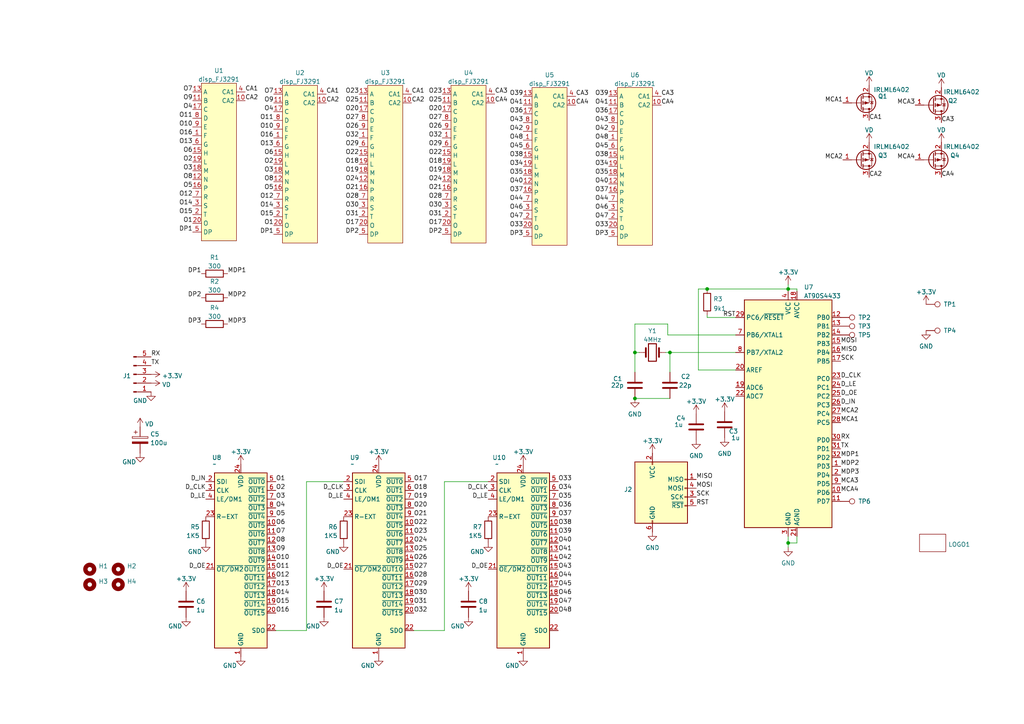
<source format=kicad_sch>
(kicad_sch (version 20230121) (generator eeschema)
  (paper "A4")
  (lib_symbols
    (symbol "Connector:AVR-ISP-6" (pin_names (offset 1.016))
      (property "Reference" "J" (at -6.35 11.43 0))
      (property "Value" "AVR-ISP-6" (at 0 11.43 0))
      (symbol "AVR-ISP-6_0_1"
        (rectangle (start -2.667 -6.858) (end -2.413 -7.62))
        (rectangle (start -2.667 10.16) (end -2.413 9.398))
        (rectangle (start 7.62 -2.413) (end 6.858 -2.667))
        (rectangle (start 7.62 0.127) (end 6.858 -0.127))
        (rectangle (start 7.62 2.667) (end 6.858 2.413))
        (rectangle (start 7.62 5.207) (end 6.858 4.953))
        (rectangle (start 7.62 10.16) (end -7.62 -7.62) (stroke (width 0.254)) (fill (type background)))
      )
      (symbol "AVR-ISP-6_1_1"
        (pin passive line (at 10.16 5.08 180) (length 2.54) (name "MISO") (number "1"))
        (pin passive line (at -2.54 12.7 270) (length 2.54) (name "VCC") (number "2"))
        (pin passive line (at 10.16 0 180) (length 2.54) (name "SCK") (number "3"))
        (pin passive line (at 10.16 2.54 180) (length 2.54) (name "MOSI") (number "4"))
        (pin passive line (at 10.16 -2.54 180) (length 2.54) (name "~{RST}") (number "5"))
        (pin passive line (at -2.54 -10.16 90) (length 2.54) (name "GND") (number "6"))
      )
    )
    (symbol "Connector:Conn_01x05_Male" (pin_names (offset 1.016) hide)
      (property "Reference" "J" (at 0 7.62 0))
      (property "Value" "Conn_01x05_Male" (at 0 -7.62 0))
      (symbol "Conn_01x05_Male_1_1"
        (polyline (pts (xy 1.27 -5.08) (xy 0.8636 -5.08)) (stroke (width 0.1524)))
        (polyline (pts (xy 1.27 -2.54) (xy 0.8636 -2.54)) (stroke (width 0.1524)))
        (polyline (pts (xy 1.27 0) (xy 0.8636 0)) (stroke (width 0.1524)))
        (polyline (pts (xy 1.27 2.54) (xy 0.8636 2.54)) (stroke (width 0.1524)))
        (polyline (pts (xy 1.27 5.08) (xy 0.8636 5.08)) (stroke (width 0.1524)))
        (rectangle (start 0.8636 -4.953) (end 0 -5.207) (stroke (width 0.1524)) (fill (type outline)))
        (rectangle (start 0.8636 -2.413) (end 0 -2.667) (stroke (width 0.1524)) (fill (type outline)))
        (rectangle (start 0.8636 0.127) (end 0 -0.127) (stroke (width 0.1524)) (fill (type outline)))
        (rectangle (start 0.8636 2.667) (end 0 2.413) (stroke (width 0.1524)) (fill (type outline)))
        (rectangle (start 0.8636 5.207) (end 0 4.953) (stroke (width 0.1524)) (fill (type outline)))
        (pin passive line (at 5.08 5.08 180) (length 3.81) (name "Pin_1") (number "1"))
        (pin passive line (at 5.08 2.54 180) (length 3.81) (name "Pin_2") (number "2"))
        (pin passive line (at 5.08 0 180) (length 3.81) (name "Pin_3") (number "3"))
        (pin passive line (at 5.08 -2.54 180) (length 3.81) (name "Pin_4") (number "4"))
        (pin passive line (at 5.08 -5.08 180) (length 3.81) (name "Pin_5") (number "5"))
      )
    )
    (symbol "Connector:TestPoint" (pin_numbers hide) (pin_names (offset 0.762) hide)
      (property "Reference" "TP" (at 0 6.858 0))
      (property "Value" "TestPoint" (at 0 5.08 0))
      (symbol "TestPoint_0_1"
        (circle (center 0 3.302) (radius 0.762))
      )
      (symbol "TestPoint_1_1"
        (pin passive line (at 0 0 90) (length 2.54) (name "1") (number "1"))
      )
    )
    (symbol "Device:C" (pin_numbers hide) (pin_names (offset 0.254))
      (property "Reference" "C" (at 0.635 2.54 0))
      (property "Value" "C" (at 0.635 -2.54 0))
      (symbol "C_0_1"
        (polyline (pts (xy -2.032 -0.762) (xy 2.032 -0.762)) (stroke (width 0.508)))
        (polyline (pts (xy -2.032 0.762) (xy 2.032 0.762)) (stroke (width 0.508)))
      )
      (symbol "C_1_1"
        (pin passive line (at 0 3.81 270) (length 2.794) (name "~") (number "1"))
        (pin passive line (at 0 -3.81 90) (length 2.794) (name "~") (number "2"))
      )
    )
    (symbol "Device:C_Polarized" (pin_numbers hide) (pin_names (offset 0.254))
      (property "Reference" "C" (at 0.635 2.54 0))
      (property "Value" "C_Polarized" (at 0.635 -2.54 0))
      (symbol "C_Polarized_0_1"
        (rectangle (start -2.286 0.508) (end 2.286 1.016))
        (polyline (pts (xy -1.778 2.286) (xy -0.762 2.286)))
        (polyline (pts (xy -1.27 2.794) (xy -1.27 1.778)))
        (rectangle (start 2.286 -0.508) (end -2.286 -1.016) (fill (type outline)))
      )
      (symbol "C_Polarized_1_1"
        (pin passive line (at 0 3.81 270) (length 2.794) (name "~") (number "1"))
        (pin passive line (at 0 -3.81 90) (length 2.794) (name "~") (number "2"))
      )
    )
    (symbol "Device:Crystal" (pin_numbers hide) (pin_names (offset 1.016) hide)
      (property "Reference" "Y" (at 0 3.81 0))
      (property "Value" "Crystal" (at 0 -3.81 0))
      (symbol "Crystal_0_1"
        (rectangle (start -1.143 2.54) (end 1.143 -2.54) (stroke (width 0.3048)))
        (polyline (pts (xy -2.54 0) (xy -1.905 0)))
        (polyline (pts (xy -1.905 -1.27) (xy -1.905 1.27)) (stroke (width 0.508)))
        (polyline (pts (xy 1.905 -1.27) (xy 1.905 1.27)) (stroke (width 0.508)))
        (polyline (pts (xy 2.54 0) (xy 1.905 0)))
      )
      (symbol "Crystal_1_1"
        (pin passive line (at -3.81 0 0) (length 1.27) (name "1") (number "1"))
        (pin passive line (at 3.81 0 180) (length 1.27) (name "2") (number "2"))
      )
    )
    (symbol "Device:R" (pin_numbers hide) (pin_names (offset 0))
      (property "Reference" "R" (at 2.032 0 90))
      (property "Value" "R" (at 0 0 90))
      (symbol "R_0_1"
        (rectangle (start -1.016 -2.54) (end 1.016 2.54) (stroke (width 0.254)))
      )
      (symbol "R_1_1"
        (pin passive line (at 0 3.81 270) (length 1.27) (name "~") (number "1"))
        (pin passive line (at 0 -3.81 90) (length 1.27) (name "~") (number "2"))
      )
    )
    (symbol "Driver_LED:STP16CP05"
      (property "Reference" "U" (at -7.62 26.67 0))
      (property "Value" "STP16CP05" (at 1.27 26.67 0))
      (symbol "STP16CP05_0_1"
        (rectangle (start -7.62 25.4) (end 7.62 -25.4) (stroke (width 0.254)) (fill (type background)))
      )
      (symbol "STP16CP05_1_1"
        (pin power_in line (at 0 -27.94 90) (length 2.54) (name "GND") (number "1"))
        (pin output line (at 10.16 10.16 180) (length 2.54) (name "~{OUT5}") (number "10"))
        (pin output line (at 10.16 7.62 180) (length 2.54) (name "~{OUT6}") (number "11"))
        (pin output line (at 10.16 5.08 180) (length 2.54) (name "~{OUT7}") (number "12"))
        (pin output line (at 10.16 2.54 180) (length 2.54) (name "~{OUT8}") (number "13"))
        (pin output line (at 10.16 0 180) (length 2.54) (name "~{OUT9}") (number "14"))
        (pin output line (at 10.16 -2.54 180) (length 2.54) (name "~{OUT10}") (number "15"))
        (pin output line (at 10.16 -5.08 180) (length 2.54) (name "~{OUT11}") (number "16"))
        (pin output line (at 10.16 -7.62 180) (length 2.54) (name "~{OUT12}") (number "17"))
        (pin output line (at 10.16 -10.16 180) (length 2.54) (name "~{OUT13}") (number "18"))
        (pin output line (at 10.16 -12.7 180) (length 2.54) (name "~{OUT14}") (number "19"))
        (pin input line (at -10.16 22.86 0) (length 2.54) (name "SDI") (number "2"))
        (pin output line (at 10.16 -15.24 180) (length 2.54) (name "~{OUT15}") (number "20"))
        (pin input line (at -10.16 -2.54 0) (length 2.54) (name "~{OE/DM2}") (number "21"))
        (pin output line (at 10.16 -20.32 180) (length 2.54) (name "SDO") (number "22"))
        (pin passive line (at -10.16 12.7 0) (length 2.54) (name "R-EXT") (number "23"))
        (pin power_in line (at 0 27.94 270) (length 2.54) (name "VDD") (number "24"))
        (pin input line (at -10.16 20.32 0) (length 2.54) (name "CLK") (number "3"))
        (pin input line (at -10.16 17.78 0) (length 2.54) (name "LE/DM1") (number "4"))
        (pin output line (at 10.16 22.86 180) (length 2.54) (name "~{OUT0}") (number "5"))
        (pin output line (at 10.16 20.32 180) (length 2.54) (name "~{OUT1}") (number "6"))
        (pin output line (at 10.16 17.78 180) (length 2.54) (name "~{OUT2}") (number "7"))
        (pin output line (at 10.16 15.24 180) (length 2.54) (name "~{OUT3}") (number "8"))
        (pin output line (at 10.16 12.7 180) (length 2.54) (name "~{OUT4}") (number "9"))
      )
    )
    (symbol "MCU_Microchip_ATmega:ATmega8A-A"
      (property "Reference" "U" (at -12.7 34.29 0))
      (property "Value" "ATmega8A-A" (at 5.08 -34.29 0))
      (symbol "ATmega8A-A_0_1"
        (rectangle (start -12.7 -33.02) (end 12.7 33.02) (stroke (width 0.254)) (fill (type background)))
      )
      (symbol "ATmega8A-A_1_1"
        (pin bidirectional line (at 15.24 -15.24 180) (length 2.54) (name "PD3") (number "1"))
        (pin bidirectional line (at 15.24 -22.86 180) (length 2.54) (name "PD6") (number "10"))
        (pin bidirectional line (at 15.24 -25.4 180) (length 2.54) (name "PD7") (number "11"))
        (pin bidirectional line (at 15.24 27.94 180) (length 2.54) (name "PB0") (number "12"))
        (pin bidirectional line (at 15.24 25.4 180) (length 2.54) (name "PB1") (number "13"))
        (pin bidirectional line (at 15.24 22.86 180) (length 2.54) (name "PB2") (number "14"))
        (pin bidirectional line (at 15.24 20.32 180) (length 2.54) (name "PB3") (number "15"))
        (pin bidirectional line (at 15.24 17.78 180) (length 2.54) (name "PB4") (number "16"))
        (pin bidirectional line (at 15.24 15.24 180) (length 2.54) (name "PB5") (number "17"))
        (pin power_in line (at 2.54 35.56 270) (length 2.54) (name "AVCC") (number "18"))
        (pin input line (at -15.24 7.62 0) (length 2.54) (name "ADC6") (number "19"))
        (pin bidirectional line (at 15.24 -17.78 180) (length 2.54) (name "PD4") (number "2"))
        (pin passive line (at -15.24 12.7 0) (length 2.54) (name "AREF") (number "20"))
        (pin power_in line (at 2.54 -35.56 90) (length 2.54) (name "AGND") (number "21"))
        (pin input line (at -15.24 5.08 0) (length 2.54) (name "ADC7") (number "22"))
        (pin bidirectional line (at 15.24 10.16 180) (length 2.54) (name "PC0") (number "23"))
        (pin bidirectional line (at 15.24 7.62 180) (length 2.54) (name "PC1") (number "24"))
        (pin bidirectional line (at 15.24 5.08 180) (length 2.54) (name "PC2") (number "25"))
        (pin bidirectional line (at 15.24 2.54 180) (length 2.54) (name "PC3") (number "26"))
        (pin bidirectional line (at 15.24 0 180) (length 2.54) (name "PC4") (number "27"))
        (pin bidirectional line (at 15.24 -2.54 180) (length 2.54) (name "PC5") (number "28"))
        (pin bidirectional line (at -15.24 27.94 0) (length 2.54) (name "PC6/~{RESET}") (number "29"))
        (pin power_in line (at 0 -35.56 90) (length 2.54) (name "GND") (number "3"))
        (pin bidirectional line (at 15.24 -7.62 180) (length 2.54) (name "PD0") (number "30"))
        (pin bidirectional line (at 15.24 -10.16 180) (length 2.54) (name "PD1") (number "31"))
        (pin bidirectional line (at 15.24 -12.7 180) (length 2.54) (name "PD2") (number "32"))
        (pin power_in line (at 0 35.56 270) (length 2.54) (name "VCC") (number "4"))
        (pin passive line (at 0 -35.56 90) (length 2.54) hide (name "GND") (number "5"))
        (pin passive line (at 0 35.56 270) (length 2.54) hide (name "VCC") (number "6"))
        (pin bidirectional line (at -15.24 22.86 0) (length 2.54) (name "PB6/XTAL1") (number "7"))
        (pin bidirectional line (at -15.24 17.78 0) (length 2.54) (name "PB7/XTAL2") (number "8"))
        (pin bidirectional line (at 15.24 -20.32 180) (length 2.54) (name "PD5") (number "9"))
      )
    )
    (symbol "Mechanical:MountingHole" (pin_names (offset 1.016))
      (property "Reference" "H" (at 0 5.08 0))
      (property "Value" "MountingHole" (at 0 3.175 0))
      (symbol "MountingHole_0_1"
        (circle (center 0 0) (radius 1.27) (stroke (width 1.27)))
      )
    )
    (symbol "Transistor_FET:IRLML6402" (pin_names hide)
      (property "Reference" "Q" (at 5.08 1.905 0))
      (property "Value" "IRLML6402" (at 5.08 0 0))
      (symbol "IRLML6402_0_1"
        (polyline (pts (xy 0.254 0) (xy -2.54 0)))
        (polyline (pts (xy 0.254 1.905) (xy 0.254 -1.905)) (stroke (width 0.254)))
        (polyline (pts (xy 0.762 -1.27) (xy 0.762 -2.286)) (stroke (width 0.254)))
        (polyline (pts (xy 0.762 0.508) (xy 0.762 -0.508)) (stroke (width 0.254)))
        (polyline (pts (xy 0.762 2.286) (xy 0.762 1.27)) (stroke (width 0.254)))
        (polyline (pts (xy 2.54 2.54) (xy 2.54 1.778)))
        (polyline (pts (xy 2.54 -2.54) (xy 2.54 0) (xy 0.762 0)))
        (polyline (pts (xy 0.762 1.778) (xy 3.302 1.778) (xy 3.302 -1.778) (xy 0.762 -1.778)))
        (polyline (pts (xy 2.286 0) (xy 1.27 0.381) (xy 1.27 -0.381) (xy 2.286 0)) (fill (type outline)))
        (polyline (pts (xy 2.794 -0.508) (xy 2.921 -0.381) (xy 3.683 -0.381) (xy 3.81 -0.254)))
        (polyline (pts (xy 3.302 -0.381) (xy 2.921 0.254) (xy 3.683 0.254) (xy 3.302 -0.381)))
        (circle (center 1.651 0) (radius 2.794) (stroke (width 0.254)))
        (circle (center 2.54 -1.778) (radius 0.254) (fill (type outline)))
        (circle (center 2.54 1.778) (radius 0.254) (fill (type outline)))
      )
      (symbol "IRLML6402_1_1"
        (pin input line (at -5.08 0 0) (length 2.54) (name "G") (number "1"))
        (pin passive line (at 2.54 -5.08 90) (length 2.54) (name "S") (number "2"))
        (pin passive line (at 2.54 5.08 270) (length 2.54) (name "D") (number "3"))
      )
    )
    (symbol "j_lib:disp_FJ3291"
      (property "Reference" "U" (at -1.27 25.4 0))
      (property "Value" "disp_FJ3291" (at 0 -25.4 0))
      (symbol "disp_FJ3291_0_1"
        (rectangle (start -5.08 22.86) (end 5.08 -22.86) (stroke (width 0.1524)) (fill (type background)))
      )
      (symbol "disp_FJ3291_1_1"
        (pin input line (at -7.62 7.62 0) (length 2.54) (name "F") (number "1"))
        (pin input line (at 7.62 17.78 180) (length 2.54) (name "CA2") (number "10"))
        (pin input line (at -7.62 17.78 0) (length 2.54) (name "B") (number "11"))
        (pin input line (at -7.62 -5.08 0) (length 2.54) (name "N") (number "12"))
        (pin input line (at -7.62 20.32 0) (length 2.54) (name "A") (number "13"))
        (pin input line (at -7.62 2.54 0) (length 2.54) (name "H") (number "15"))
        (pin input line (at -7.62 -7.62 0) (length 2.54) (name "P") (number "16"))
        (pin input line (at -7.62 15.24 0) (length 2.54) (name "C") (number "17"))
        (pin input line (at -7.62 -2.54 0) (length 2.54) (name "M") (number "18"))
        (pin input line (at -7.62 0 0) (length 2.54) (name "L") (number "19"))
        (pin input line (at -7.62 -15.24 0) (length 2.54) (name "T") (number "2"))
        (pin input line (at -7.62 -17.78 0) (length 2.54) (name "O") (number "20"))
        (pin input line (at -7.62 -12.7 0) (length 2.54) (name "S") (number "3"))
        (pin input line (at 7.62 20.32 180) (length 2.54) (name "CA1") (number "4"))
        (pin input line (at -7.62 -20.32 0) (length 2.54) (name "DP") (number "5"))
        (pin input line (at -7.62 5.08 0) (length 2.54) (name "G") (number "6"))
        (pin input line (at -7.62 -10.16 0) (length 2.54) (name "R") (number "7"))
        (pin input line (at -7.62 12.7 0) (length 2.54) (name "D") (number "8"))
        (pin input line (at -7.62 10.16 0) (length 2.54) (name "E") (number "9"))
      )
    )
    (symbol "j_lib:logo_generic"
      (property "Reference" "LOGO" (at 0 3.81 0))
      (symbol "logo_generic_0_1"
        (rectangle (start -3.81 2.54) (end 3.81 -2.54) (stroke (width 0.1524)))
      )
    )
    (symbol "power:+3.3V" (power) (pin_names (offset 0))
      (property "Value" "+3.3V" (at 0 3.556 0))
      (symbol "+3.3V_0_1"
        (polyline (pts (xy -0.762 1.27) (xy 0 2.54)))
        (polyline (pts (xy 0 0) (xy 0 2.54)))
        (polyline (pts (xy 0 2.54) (xy 0.762 1.27)))
      )
      (symbol "+3.3V_1_1"
        (pin power_in line (at 0 0 90) (length 0) hide (name "+3.3V") (number "1"))
      )
    )
    (symbol "power:GND" (power) (pin_names (offset 0))
      (property "Value" "GND" (at 0 -3.81 0))
      (symbol "GND_0_1"
        (polyline (pts (xy 0 0) (xy 0 -1.27) (xy 1.27 -1.27) (xy 0 -2.54) (xy -1.27 -1.27) (xy 0 -1.27)))
      )
      (symbol "GND_1_1"
        (pin power_in line (at 0 0 270) (length 0) hide (name "GND") (number "1"))
      )
    )
    (symbol "power:VD" (power) (pin_names (offset 0))
      (property "Value" "VD" (at 0 3.81 0))
      (symbol "VD_0_1"
        (polyline (pts (xy -0.762 1.27) (xy 0 2.54)))
        (polyline (pts (xy 0 0) (xy 0 2.54)))
        (polyline (pts (xy 0 2.54) (xy 0.762 1.27)))
      )
      (symbol "VD_1_1"
        (pin power_in line (at 0 0 90) (length 0) hide (name "VD") (number "1"))
      )
    )
  )
  (junction (at 228.6 83.82))
  (junction (at 184.15 102.235))
  (junction (at 205.105 83.82))
  (junction (at 194.31 102.235))
  (junction (at 228.6 157.48))
  (junction (at 184.15 115.57))
  (wire (pts (xy 128.905 182.88) (xy 128.905 139.7)))
  (wire (pts (xy 205.105 92.075) (xy 205.105 91.44)))
  (wire (pts (xy 228.6 82.55) (xy 228.6 83.82)))
  (wire (pts (xy 228.6 83.82) (xy 228.6 84.455)))
  (wire (pts (xy 184.15 93.98) (xy 184.15 102.235)))
  (wire (pts (xy 194.31 102.235) (xy 213.36 102.235)))
  (wire (pts (xy 228.6 155.575) (xy 228.6 157.48)))
  (wire (pts (xy 80.01 182.88) (xy 88.9 182.88)))
  (wire (pts (xy 128.905 139.7) (xy 141.605 139.7)))
  (wire (pts (xy 120.015 182.88) (xy 128.905 182.88)))
  (wire (pts (xy 228.6 83.82) (xy 231.14 83.82)))
  (wire (pts (xy 194.31 102.235) (xy 194.31 107.95)))
  (wire (pts (xy 202.565 83.82) (xy 205.105 83.82)))
  (wire (pts (xy 184.15 115.57) (xy 194.31 115.57)))
  (wire (pts (xy 205.105 83.82) (xy 228.6 83.82)))
  (wire (pts (xy 213.36 97.155) (xy 193.675 97.155)))
  (wire (pts (xy 88.9 139.7) (xy 99.695 139.7)))
  (wire (pts (xy 228.6 157.48) (xy 228.6 158.75)))
  (wire (pts (xy 193.675 93.98) (xy 184.15 93.98)))
  (wire (pts (xy 88.9 182.88) (xy 88.9 139.7)))
  (wire (pts (xy 231.14 157.48) (xy 228.6 157.48)))
  (wire (pts (xy 231.14 155.575) (xy 231.14 157.48)))
  (wire (pts (xy 213.36 92.075) (xy 205.105 92.075)))
  (wire (pts (xy 184.15 102.235) (xy 184.15 107.95)))
  (wire (pts (xy 231.14 84.455) (xy 231.14 83.82)))
  (wire (pts (xy 193.04 102.235) (xy 194.31 102.235)))
  (wire (pts (xy 184.15 102.235) (xy 185.42 102.235)))
  (wire (pts (xy 213.36 107.315) (xy 202.565 107.315)))
  (wire (pts (xy 202.565 107.315) (xy 202.565 83.82)))
  (wire (pts (xy 193.675 97.155) (xy 193.675 93.98)))
  (label "O43" (at 161.925 165.1 0))
  (label "D_OE" (at 59.69 165.1 180))
  (label "O22" (at 128.27 45.085 180))
  (label "O12" (at 80.01 167.64 0))
  (label "O31" (at 120.015 175.26 0))
  (label "O47" (at 151.765 63.5 180))
  (label "O17" (at 104.14 65.405 180))
  (label "O13" (at 79.375 42.545 180))
  (label "MCA1" (at 243.84 122.555 0))
  (label "O41" (at 161.925 160.02 0))
  (label "O48" (at 161.925 177.8 0))
  (label "O17" (at 120.015 139.7 0))
  (label "O5" (at 55.88 54.61 180))
  (label "MDP2" (at 243.84 135.255 0))
  (label "O46" (at 161.925 172.72 0))
  (label "O8" (at 55.88 52.07 180))
  (label "O39" (at 161.925 154.94 0))
  (label "O42" (at 176.53 38.1 180))
  (label "D_IN" (at 243.84 117.475 0))
  (label "MISO" (at 201.93 139.065 0))
  (label "O26" (at 128.27 37.465 180))
  (label "O13" (at 55.88 41.91 180))
  (label "CA2" (at 119.38 29.845 0))
  (label "O16" (at 55.88 39.37 180))
  (label "D_CLK" (at 141.605 142.24 180))
  (label "D_LE" (at 99.695 144.78 180))
  (label "O35" (at 151.765 50.8 180))
  (label "O14" (at 55.88 59.69 180))
  (label "CA4" (at 273.05 51.435 0))
  (label "O37" (at 161.925 149.86 0))
  (label "RST" (at 201.93 146.685 0))
  (label "O15" (at 79.375 62.865 180))
  (label "D_CLK" (at 99.695 142.24 180))
  (label "O2" (at 55.88 46.99 180))
  (label "O24" (at 128.27 52.705 180))
  (label "D_CLK" (at 59.69 142.24 180))
  (label "O11" (at 80.01 165.1 0))
  (label "O20" (at 120.015 147.32 0))
  (label "D_LE" (at 141.605 144.78 180))
  (label "DP2" (at 58.42 86.36 180))
  (label "O8" (at 79.375 52.705 180))
  (label "O1" (at 80.01 139.7 0))
  (label "MDP3" (at 66.04 93.98 0))
  (label "O33" (at 161.925 139.7 0))
  (label "D_OE" (at 99.695 165.1 180))
  (label "O46" (at 176.53 60.96 180))
  (label "O1" (at 79.375 65.405 180))
  (label "O21" (at 120.015 149.86 0))
  (label "O3" (at 80.01 144.78 0))
  (label "O38" (at 176.53 45.72 180))
  (label "O1" (at 55.88 64.77 180))
  (label "O17" (at 128.27 65.405 180))
  (label "O27" (at 128.27 34.925 180))
  (label "O25" (at 120.015 160.02 0))
  (label "O16" (at 80.01 177.8 0))
  (label "O36" (at 161.925 147.32 0))
  (label "O33" (at 176.53 66.04 180))
  (label "O47" (at 176.53 63.5 180))
  (label "O29" (at 120.015 170.18 0))
  (label "O45" (at 151.765 43.18 180))
  (label "D_OE" (at 141.605 165.1 180))
  (label "DP2" (at 104.14 67.945 180))
  (label "O42" (at 161.925 162.56 0))
  (label "MCA3" (at 243.84 140.335 0))
  (label "O23" (at 128.27 27.305 180))
  (label "O33" (at 151.765 66.04 180))
  (label "O42" (at 151.765 38.1 180))
  (label "O24" (at 120.015 157.48 0))
  (label "DP1" (at 58.42 79.375 180))
  (label "CA4" (at 191.77 30.48 0))
  (label "MDP3" (at 243.84 137.795 0))
  (label "O40" (at 151.765 53.34 180))
  (label "O43" (at 176.53 35.56 180))
  (label "O6" (at 80.01 152.4 0))
  (label "O22" (at 104.14 45.085 180))
  (label "O28" (at 120.015 167.64 0))
  (label "O4" (at 55.88 31.75 180))
  (label "O30" (at 120.015 172.72 0))
  (label "O18" (at 104.14 47.625 180))
  (label "O7" (at 79.375 27.305 180))
  (label "O48" (at 176.53 40.64 180))
  (label "TX" (at 243.84 130.175 0))
  (label "O19" (at 104.14 50.165 180))
  (label "O15" (at 55.88 62.23 180))
  (label "CA3" (at 273.05 35.56 0))
  (label "O31" (at 128.27 62.865 180))
  (label "O45" (at 176.53 43.18 180))
  (label "MDP1" (at 66.04 79.375 0))
  (label "O10" (at 80.01 162.56 0))
  (label "O44" (at 151.765 58.42 180))
  (label "CA1" (at 252.095 34.925 0))
  (label "O23" (at 104.14 27.305 180))
  (label "O5" (at 80.01 149.86 0))
  (label "O46" (at 151.765 60.96 180))
  (label "DP1" (at 79.375 67.945 180))
  (label "O30" (at 104.14 60.325 180))
  (label "O35" (at 176.53 50.8 180))
  (label "CA1" (at 119.38 27.305 0))
  (label "DP1" (at 55.88 67.31 180))
  (label "CA1" (at 94.615 27.305 0))
  (label "CA3" (at 143.51 27.305 0))
  (label "O9" (at 55.88 29.21 180))
  (label "O34" (at 176.53 48.26 180))
  (label "O2" (at 80.01 142.24 0))
  (label "O44" (at 176.53 58.42 180))
  (label "D_LE" (at 59.69 144.78 180))
  (label "O21" (at 104.14 55.245 180))
  (label "O25" (at 128.27 29.845 180))
  (label "O35" (at 161.925 144.78 0))
  (label "O43" (at 151.765 35.56 180))
  (label "O3" (at 55.88 49.53 180))
  (label "O44" (at 161.925 167.64 0))
  (label "O4" (at 79.375 32.385 180))
  (label "O6" (at 55.88 44.45 180))
  (label "MCA4" (at 243.84 142.875 0))
  (label "MCA2" (at 243.84 120.015 0))
  (label "O16" (at 79.375 40.005 180))
  (label "RX" (at 43.815 103.505 0))
  (label "O32" (at 104.14 40.005 180))
  (label "CA4" (at 143.51 29.845 0))
  (label "O12" (at 79.375 57.785 180))
  (label "O41" (at 176.53 30.48 180))
  (label "D_CLK" (at 243.84 109.855 0))
  (label "O10" (at 55.88 36.83 180))
  (label "CA2" (at 94.615 29.845 0))
  (label "O40" (at 176.53 53.34 180))
  (label "O29" (at 128.27 42.545 180))
  (label "O26" (at 120.015 162.56 0))
  (label "O40" (at 161.925 157.48 0))
  (label "O28" (at 104.14 57.785 180))
  (label "CA2" (at 252.095 51.435 0))
  (label "DP3" (at 151.765 68.58 180))
  (label "O3" (at 79.375 50.165 180))
  (label "O32" (at 128.27 40.005 180))
  (label "MDP1" (at 243.84 132.715 0))
  (label "DP3" (at 58.42 93.98 180))
  (label "O20" (at 104.14 32.385 180))
  (label "O6" (at 79.375 45.085 180))
  (label "RST" (at 213.36 92.075 180))
  (label "O10" (at 79.375 37.465 180))
  (label "MCA3" (at 265.43 30.48 180))
  (label "O13" (at 80.01 170.18 0))
  (label "O14" (at 80.01 172.72 0))
  (label "O29" (at 104.14 42.545 180))
  (label "O37" (at 176.53 55.88 180))
  (label "O28" (at 128.27 57.785 180))
  (label "O19" (at 128.27 50.165 180))
  (label "O37" (at 151.765 55.88 180))
  (label "O20" (at 128.27 32.385 180))
  (label "O7" (at 55.88 26.67 180))
  (label "D_IN" (at 59.69 139.7 180))
  (label "O21" (at 128.27 55.245 180))
  (label "CA3" (at 191.77 27.94 0))
  (label "CA3" (at 167.005 27.94 0))
  (label "O38" (at 151.765 45.72 180))
  (label "O39" (at 151.765 27.94 180))
  (label "O18" (at 128.27 47.625 180))
  (label "SCK" (at 243.84 104.775 0))
  (label "O27" (at 120.015 165.1 0))
  (label "O5" (at 79.375 55.245 180))
  (label "O31" (at 104.14 62.865 180))
  (label "MCA4" (at 265.43 46.355 180))
  (label "O4" (at 80.01 147.32 0))
  (label "O9" (at 80.01 160.02 0))
  (label "DP3" (at 176.53 68.58 180))
  (label "O12" (at 55.88 57.15 180))
  (label "O38" (at 161.925 152.4 0))
  (label "MCA1" (at 244.475 29.845 180))
  (label "O32" (at 120.015 177.8 0))
  (label "O11" (at 55.88 34.29 180))
  (label "O34" (at 161.925 142.24 0))
  (label "O8" (at 80.01 157.48 0))
  (label "O36" (at 176.53 33.02 180))
  (label "MOSI" (at 243.84 99.695 0))
  (label "O25" (at 104.14 29.845 180))
  (label "O30" (at 128.27 60.325 180))
  (label "O34" (at 151.765 48.26 180))
  (label "MISO" (at 243.84 102.235 0))
  (label "O26" (at 104.14 37.465 180))
  (label "O14" (at 79.375 60.325 180))
  (label "O47" (at 161.925 175.26 0))
  (label "CA4" (at 167.005 30.48 0))
  (label "O2" (at 79.375 47.625 180))
  (label "D_OE" (at 243.84 114.935 0))
  (label "O27" (at 104.14 34.925 180))
  (label "O39" (at 176.53 27.94 180))
  (label "O23" (at 120.015 154.94 0))
  (label "DP2" (at 128.27 67.945 180))
  (label "CA2" (at 71.12 29.21 0))
  (label "MDP2" (at 66.04 86.36 0))
  (label "RX" (at 243.84 127.635 0))
  (label "O19" (at 120.015 144.78 0))
  (label "O24" (at 104.14 52.705 180))
  (label "O36" (at 151.765 33.02 180))
  (label "MCA2" (at 244.475 46.355 180))
  (label "O48" (at 151.765 40.64 180))
  (label "O41" (at 151.765 30.48 180))
  (label "O7" (at 80.01 154.94 0))
  (label "O9" (at 79.375 29.845 180))
  (label "D_LE" (at 243.84 112.395 0))
  (label "TX" (at 43.815 106.045 0))
  (label "O22" (at 120.015 152.4 0))
  (label "O18" (at 120.015 142.24 0))
  (label "O45" (at 161.925 170.18 0))
  (label "CA1" (at 71.12 26.67 0))
  (label "O11" (at 79.375 34.925 180))
  (label "MOSI" (at 201.93 141.605 0))
  (label "SCK" (at 201.93 144.145 0))
  (label "O15" (at 80.01 175.26 0))
  (symbol (lib_id "Driver_LED:STP16CP05") (at 109.855 162.56 0) (unit 1)
    (property "Reference" "U9" (at 102.87 132.715 0))
    (property "Value" "~" (at 102.235 134.62 0))
    (property "Footprint" "Package_SO:SSOP-24_3.9x8.7mm_P0.635mm" (effects hide))
    (property "Datasheet" "https://www.st.com/resource/en/datasheet/stp16cp05.pdf" (effects hide))
  )
  (symbol (lib_id "Device:C") (at 201.93 123.825 180) (unit 1)
    (property "Reference" "C4" (at 197.485 121.285 0))
    (property "Value" "1u" (at 196.85 123.19 0))
    (property "Footprint" "Capacitor_SMD:C_0805_2012Metric_Pad1.18x1.45mm_HandSolder" (effects hide))
  )
  (symbol (lib_id "power:GND") (at 141.605 157.48 0) (unit 1)
    (property "Reference" "#PWR025" (effects hide))
    (property "Value" "GND" (at 138.43 160.02 0))
  )
  (symbol (lib_id "power:GND") (at 228.6 158.75 0) (unit 1)
    (property "Reference" "#PWR026" (effects hide))
    (property "Value" "GND" (at 228.6 163.3125 0))
  )
  (symbol (lib_id "power:+3.3V") (at 93.98 171.45 0) (unit 1)
    (property "Reference" "#PWR028" (effects hide))
    (property "Value" "+3.3V" (at 93.98 167.8742 0))
  )
  (symbol (lib_id "power:VD") (at 43.815 111.125 270) (unit 1)
    (property "Reference" "#PWR09" (effects hide))
    (property "Value" "VD" (at 46.99 111.5588 90) (effects (justify left)))
  )
  (symbol (lib_id "MCU_Microchip_ATmega:ATmega8A-A") (at 228.6 120.015 0) (unit 1)
    (property "Reference" "U7" (at 233.1594 83.2952 0) (effects (justify left)))
    (property "Value" "AT90S4433" (at 233.1594 85.8321 0) (effects (justify left)))
    (property "Footprint" "Package_QFP:TQFP-32_7x7mm_P0.8mm" (effects hide))
    (property "Datasheet" "http://ww1.microchip.com/downloads/en/DeviceDoc/Microchip%208bit%20mcu%20AVR%20ATmega8A%20data%20sheet%2040001974A.pdf" (effects hide))
  )
  (symbol (lib_id "power:+3.3V") (at 210.185 119.38 0) (unit 1)
    (property "Reference" "#PWR012" (effects hide))
    (property "Value" "+3.3V" (at 210.185 115.8042 0))
  )
  (symbol (lib_id "j_lib:disp_FJ3291") (at 86.995 47.625 0) (unit 1)
    (property "Reference" "U2" (at 86.995 21.116 0))
    (property "Value" "disp_FJ3291" (at 86.995 23.6529 0))
    (property "Footprint" "j_lib:FJ3291" (effects hide))
  )
  (symbol (lib_id "Transistor_FET:IRLML6402") (at 270.51 46.355 0) (mirror x) (unit 1)
    (property "Reference" "Q4" (at 275.59 45.085 0) (effects (justify left)))
    (property "Value" "IRLML6402" (at 273.685 42.545 0) (effects (justify left)))
    (property "Footprint" "Package_TO_SOT_SMD:SOT-23" (effects hide))
    (property "Datasheet" "https://www.infineon.com/dgdl/irlml6402pbf.pdf?fileId=5546d462533600a401535668d5c2263c" (effects hide))
  )
  (symbol (lib_id "j_lib:disp_FJ3291") (at 159.385 48.26 0) (unit 1)
    (property "Reference" "U5" (at 159.385 21.751 0))
    (property "Value" "disp_FJ3291" (at 159.385 24.2879 0))
    (property "Footprint" "j_lib:FJ3291" (effects hide))
  )
  (symbol (lib_id "Transistor_FET:IRLML6402") (at 249.555 46.355 0) (mirror x) (unit 1)
    (property "Reference" "Q3" (at 254.635 45.085 0) (effects (justify left)))
    (property "Value" "IRLML6402" (at 253.365 42.545 0) (effects (justify left)))
    (property "Footprint" "Package_TO_SOT_SMD:SOT-23" (effects hide))
    (property "Datasheet" "https://www.infineon.com/dgdl/irlml6402pbf.pdf?fileId=5546d462533600a401535668d5c2263c" (effects hide))
  )
  (symbol (lib_id "power:GND") (at 43.815 113.665 0) (unit 1)
    (property "Reference" "#PWR010" (effects hide))
    (property "Value" "GND" (at 40.64 116.205 0))
  )
  (symbol (lib_id "power:+3.3V") (at 228.6 82.55 0) (unit 1)
    (property "Reference" "#PWR05" (effects hide))
    (property "Value" "+3.3V" (at 228.6 78.9742 0))
  )
  (symbol (lib_id "Device:C") (at 184.15 111.76 0) (unit 1)
    (property "Reference" "C1" (at 177.8 109.855 0) (effects (justify left)))
    (property "Value" "22p" (at 177.165 111.76 0) (effects (justify left)))
    (property "Footprint" "Capacitor_SMD:C_0805_2012Metric_Pad1.18x1.45mm_HandSolder" (effects hide))
  )
  (symbol (lib_id "Connector:TestPoint") (at 268.605 95.885 270) (unit 1)
    (property "Reference" "TP4" (at 273.685 95.885 90) (effects (justify left)))
    (property "Value" "TestPoint" (effects hide))
    (property "Footprint" "TestPoint:TestPoint_Pad_1.0x1.0mm" (effects hide))
  )
  (symbol (lib_id "Mechanical:MountingHole") (at 34.29 165.1 0) (unit 1)
    (property "Reference" "H2" (at 36.83 164.1915 0) (effects (justify left)))
    (property "Value" "MountingHole" (effects hide))
    (property "Footprint" "MountingHole:MountingHole_3.2mm_M3_DIN965_Pad" (effects hide))
  )
  (symbol (lib_id "power:GND") (at 151.765 190.5 0) (unit 1)
    (property "Reference" "#PWR035" (effects hide))
    (property "Value" "GND" (at 148.59 193.04 0))
  )
  (symbol (lib_id "Device:C") (at 194.31 111.76 0) (unit 1)
    (property "Reference" "C2" (at 197.485 109.22 0) (effects (justify left)))
    (property "Value" "22p" (at 196.85 111.76 0) (effects (justify left)))
    (property "Footprint" "Capacitor_SMD:C_0805_2012Metric_Pad1.18x1.45mm_HandSolder" (effects hide))
  )
  (symbol (lib_id "power:GND") (at 201.93 127.635 0) (unit 1)
    (property "Reference" "#PWR016" (effects hide))
    (property "Value" "GND" (at 201.93 132.1975 0))
  )
  (symbol (lib_id "Mechanical:MountingHole") (at 26.035 165.1 0) (unit 1)
    (property "Reference" "H1" (at 28.575 164.1915 0) (effects (justify left)))
    (property "Value" "MountingHole" (effects hide))
    (property "Footprint" "MountingHole:MountingHole_3.2mm_M3_DIN965_Pad" (effects hide))
  )
  (symbol (lib_id "Device:C") (at 210.185 123.19 180) (unit 1)
    (property "Reference" "C3" (at 212.725 125.095 0))
    (property "Value" "1u" (at 213.36 127 0))
    (property "Footprint" "Capacitor_SMD:C_0805_2012Metric_Pad1.18x1.45mm_HandSolder" (effects hide))
  )
  (symbol (lib_id "Connector:TestPoint") (at 243.84 92.075 270) (unit 1)
    (property "Reference" "TP2" (at 248.92 92.075 90) (effects (justify left)))
    (property "Value" "TestPoint" (effects hide))
    (property "Footprint" "TestPoint:TestPoint_Pad_1.0x1.0mm" (effects hide))
  )
  (symbol (lib_id "Connector:AVR-ISP-6") (at 191.77 144.145 0) (unit 1)
    (property "Reference" "J2" (at 183.3881 141.9665 0) (effects (justify right)))
    (property "Value" "AVR-ISP-6" (effects hide))
    (property "Footprint" "Connector_IDC:IDC-Header_2x03_P2.54mm_Vertical" (effects hide))
    (property "Datasheet" " ~" (effects hide))
  )
  (symbol (lib_id "j_lib:disp_FJ3291") (at 184.15 48.26 0) (unit 1)
    (property "Reference" "U6" (at 184.15 21.751 0))
    (property "Value" "disp_FJ3291" (at 184.15 24.2879 0))
    (property "Footprint" "j_lib:FJ3291" (effects hide))
  )
  (symbol (lib_id "Device:Crystal") (at 189.23 102.235 0) (unit 1)
    (property "Reference" "Y1" (at 189.23 95.9698 0))
    (property "Value" "4MHz" (at 189.23 98.5067 0))
    (property "Footprint" "Crystal:Crystal_SMD_HC49-SD_HandSoldering" (effects hide))
  )
  (symbol (lib_id "j_lib:disp_FJ3291") (at 111.76 47.625 0) (unit 1)
    (property "Reference" "U3" (at 111.76 21.116 0))
    (property "Value" "disp_FJ3291" (at 111.76 23.6529 0))
    (property "Footprint" "j_lib:FJ3291" (effects hide))
  )
  (symbol (lib_id "Device:R") (at 99.695 153.67 0) (mirror x) (unit 1)
    (property "Reference" "R6" (at 97.917 152.8353 0) (effects (justify right)))
    (property "Value" "1K5" (at 97.917 155.3722 0) (effects (justify right)))
    (property "Footprint" "Resistor_SMD:R_0805_2012Metric_Pad1.20x1.40mm_HandSolder" (effects hide))
  )
  (symbol (lib_id "Device:R") (at 62.23 79.375 90) (unit 1)
    (property "Reference" "R1" (at 62.23 74.6592 90))
    (property "Value" "300" (at 62.23 77.1961 90))
    (property "Footprint" "Resistor_SMD:R_0805_2012Metric_Pad1.20x1.40mm_HandSolder" (effects hide))
  )
  (symbol (lib_id "power:GND") (at 40.64 131.445 0) (unit 1)
    (property "Reference" "#PWR017" (effects hide))
    (property "Value" "GND" (at 37.465 133.985 0))
  )
  (symbol (lib_id "power:VD") (at 252.095 41.275 0) (unit 1)
    (property "Reference" "#PWR03" (effects hide))
    (property "Value" "VD" (at 252.095 37.6992 0))
  )
  (symbol (lib_id "Device:R") (at 59.69 153.67 0) (mirror x) (unit 1)
    (property "Reference" "R5" (at 57.912 152.8353 0) (effects (justify right)))
    (property "Value" "1K5" (at 57.912 155.3722 0) (effects (justify right)))
    (property "Footprint" "Resistor_SMD:R_0805_2012Metric_Pad1.20x1.40mm_HandSolder" (effects hide))
  )
  (symbol (lib_id "Device:R") (at 205.105 87.63 0) (unit 1)
    (property "Reference" "R3" (at 206.883 86.7215 0) (effects (justify left)))
    (property "Value" "9k1" (at 206.883 89.4966 0) (effects (justify left)))
    (property "Footprint" "Resistor_SMD:R_0805_2012Metric_Pad1.20x1.40mm_HandSolder" (effects hide))
  )
  (symbol (lib_id "Device:R") (at 62.23 93.98 90) (unit 1)
    (property "Reference" "R4" (at 62.23 89.2642 90))
    (property "Value" "300" (at 62.23 91.8011 90))
    (property "Footprint" "Resistor_SMD:R_0805_2012Metric_Pad1.20x1.40mm_HandSolder" (effects hide))
  )
  (symbol (lib_id "Device:R") (at 141.605 153.67 0) (mirror x) (unit 1)
    (property "Reference" "R7" (at 139.827 152.8353 0) (effects (justify right)))
    (property "Value" "1K5" (at 139.827 155.3722 0) (effects (justify right)))
    (property "Footprint" "Resistor_SMD:R_0805_2012Metric_Pad1.20x1.40mm_HandSolder" (effects hide))
  )
  (symbol (lib_id "power:VD") (at 273.05 25.4 0) (unit 1)
    (property "Reference" "#PWR02" (effects hide))
    (property "Value" "VD" (at 273.05 21.8242 0))
  )
  (symbol (lib_id "power:+3.3V") (at 189.23 131.445 0) (unit 1)
    (property "Reference" "#PWR018" (effects hide))
    (property "Value" "+3.3V" (at 189.23 127.8692 0))
  )
  (symbol (lib_id "power:+3.3V") (at 135.89 171.45 0) (unit 1)
    (property "Reference" "#PWR029" (effects hide))
    (property "Value" "+3.3V" (at 135.89 167.8742 0))
  )
  (symbol (lib_id "Device:C_Polarized") (at 40.64 127.635 0) (unit 1)
    (property "Reference" "C5" (at 43.561 125.9113 0) (effects (justify left)))
    (property "Value" "100u" (at 43.561 128.4482 0) (effects (justify left)))
    (property "Footprint" "Capacitor_Tantalum_SMD:CP_EIA-7343-31_Kemet-D_Pad2.25x2.55mm_HandSolder" (effects hide))
  )
  (symbol (lib_id "Device:R") (at 62.23 86.36 90) (unit 1)
    (property "Reference" "R2" (at 62.23 81.6442 90))
    (property "Value" "300" (at 62.23 84.1811 90))
    (property "Footprint" "Resistor_SMD:R_0805_2012Metric_Pad1.20x1.40mm_HandSolder" (effects hide))
  )
  (symbol (lib_id "power:GND") (at 189.23 154.305 0) (unit 1)
    (property "Reference" "#PWR022" (effects hide))
    (property "Value" "GND" (at 189.23 158.8675 0))
  )
  (symbol (lib_id "power:+3.3V") (at 53.975 171.45 0) (unit 1)
    (property "Reference" "#PWR027" (effects hide))
    (property "Value" "+3.3V" (at 53.975 167.8742 0))
  )
  (symbol (lib_id "power:GND") (at 210.185 127 0) (unit 1)
    (property "Reference" "#PWR015" (effects hide))
    (property "Value" "GND" (at 210.185 131.5625 0))
  )
  (symbol (lib_id "power:VD") (at 40.64 123.825 0) (unit 1)
    (property "Reference" "#PWR014" (effects hide))
    (property "Value" "VD" (at 42.037 122.9888 0) (effects (justify left)))
  )
  (symbol (lib_id "power:GND") (at 135.89 179.07 0) (unit 1)
    (property "Reference" "#PWR032" (effects hide))
    (property "Value" "GND" (at 132.715 181.61 0))
  )
  (symbol (lib_id "Mechanical:MountingHole") (at 26.035 169.545 0) (unit 1)
    (property "Reference" "H3" (at 28.575 168.6365 0) (effects (justify left)))
    (property "Value" "MountingHole" (effects hide))
    (property "Footprint" "MountingHole:MountingHole_3.2mm_M3_DIN965_Pad" (effects hide))
  )
  (symbol (lib_id "j_lib:disp_FJ3291") (at 135.89 47.625 0) (unit 1)
    (property "Reference" "U4" (at 135.89 21.116 0))
    (property "Value" "disp_FJ3291" (at 135.89 23.6529 0))
    (property "Footprint" "j_lib:FJ3291" (effects hide))
  )
  (symbol (lib_id "power:+3.3V") (at 268.605 88.265 0) (unit 1)
    (property "Reference" "#PWR06" (effects hide))
    (property "Value" "+3.3V" (at 268.605 84.6892 0))
  )
  (symbol (lib_id "Connector:Conn_01x05_Male") (at 38.735 108.585 0) (mirror x) (unit 1)
    (property "Reference" "J1" (at 38.0238 109.0188 0) (effects (justify right)))
    (property "Value" "Conn_01x05_Male" (effects hide))
    (property "Footprint" "Connector_PinHeader_2.54mm:PinHeader_1x05_P2.54mm_Vertical" (effects hide))
  )
  (symbol (lib_id "Connector:TestPoint") (at 243.84 94.615 270) (unit 1)
    (property "Reference" "TP3" (at 248.92 94.615 90) (effects (justify left)))
    (property "Value" "TestPoint" (effects hide))
    (property "Footprint" "TestPoint:TestPoint_Pad_1.0x1.0mm" (effects hide))
  )
  (symbol (lib_id "Connector:TestPoint") (at 243.84 97.155 270) (unit 1)
    (property "Reference" "TP5" (at 248.92 97.155 90) (effects (justify left)))
    (property "Value" "TestPoint" (effects hide))
    (property "Footprint" "TestPoint:TestPoint_Pad_1.0x1.0mm" (effects hide))
  )
  (symbol (lib_id "power:GND") (at 93.98 179.07 0) (unit 1)
    (property "Reference" "#PWR031" (effects hide))
    (property "Value" "GND" (at 90.805 181.61 0))
  )
  (symbol (lib_id "Driver_LED:STP16CP05") (at 69.85 162.56 0) (unit 1)
    (property "Reference" "U8" (at 62.865 132.715 0))
    (property "Value" "~" (at 62.23 134.62 0))
    (property "Footprint" "Package_SO:SSOP-24_3.9x8.7mm_P0.635mm" (effects hide))
    (property "Datasheet" "https://www.st.com/resource/en/datasheet/stp16cp05.pdf" (effects hide))
  )
  (symbol (lib_id "power:+3.3V") (at 109.855 134.62 0) (unit 1)
    (property "Reference" "#PWR020" (effects hide))
    (property "Value" "+3.3V" (at 109.855 131.0442 0))
  )
  (symbol (lib_id "power:GND") (at 53.975 179.07 0) (unit 1)
    (property "Reference" "#PWR030" (effects hide))
    (property "Value" "GND" (at 50.8 181.61 0))
  )
  (symbol (lib_id "Mechanical:MountingHole") (at 34.29 169.545 0) (unit 1)
    (property "Reference" "H4" (at 36.83 168.6365 0) (effects (justify left)))
    (property "Value" "MountingHole" (effects hide))
    (property "Footprint" "MountingHole:MountingHole_3.2mm_M3_DIN965_Pad" (effects hide))
  )
  (symbol (lib_id "power:+3.3V") (at 201.93 120.015 0) (unit 1)
    (property "Reference" "#PWR013" (effects hide))
    (property "Value" "+3.3V" (at 201.93 116.4392 0))
  )
  (symbol (lib_id "power:GND") (at 59.69 157.48 0) (unit 1)
    (property "Reference" "#PWR023" (effects hide))
    (property "Value" "GND" (at 56.515 160.02 0))
  )
  (symbol (lib_id "power:+3.3V") (at 43.815 108.585 270) (unit 1)
    (property "Reference" "#PWR08" (effects hide))
    (property "Value" "+3.3V" (at 46.99 109.0188 90) (effects (justify left)))
  )
  (symbol (lib_id "Connector:TestPoint") (at 243.84 145.415 270) (unit 1)
    (property "Reference" "TP6" (at 248.92 145.415 90) (effects (justify left)))
    (property "Value" "TestPoint" (effects hide))
    (property "Footprint" "TestPoint:TestPoint_Pad_1.0x1.0mm" (effects hide))
  )
  (symbol (lib_id "power:VD") (at 273.05 41.275 0) (unit 1)
    (property "Reference" "#PWR04" (effects hide))
    (property "Value" "VD" (at 273.05 37.6992 0))
  )
  (symbol (lib_id "power:VD") (at 252.095 24.765 0) (unit 1)
    (property "Reference" "#PWR01" (effects hide))
    (property "Value" "VD" (at 252.095 21.1892 0))
  )
  (symbol (lib_id "Connector:TestPoint") (at 268.605 88.265 270) (unit 1)
    (property "Reference" "TP1" (at 273.685 88.265 90) (effects (justify left)))
    (property "Value" "TestPoint" (effects hide))
    (property "Footprint" "TestPoint:TestPoint_Pad_1.0x1.0mm" (effects hide))
  )
  (symbol (lib_id "Device:C") (at 135.89 175.26 0) (unit 1)
    (property "Reference" "C8" (at 138.811 174.4253 0) (effects (justify left)))
    (property "Value" "1u" (at 138.811 176.9622 0) (effects (justify left)))
    (property "Footprint" "Capacitor_SMD:C_0805_2012Metric_Pad1.18x1.45mm_HandSolder" (effects hide))
  )
  (symbol (lib_id "power:GND") (at 268.605 95.885 0) (unit 1)
    (property "Reference" "#PWR07" (effects hide))
    (property "Value" "GND" (at 268.605 100.4475 0))
  )
  (symbol (lib_id "Device:C") (at 93.98 175.26 0) (unit 1)
    (property "Reference" "C7" (at 96.901 174.4253 0) (effects (justify left)))
    (property "Value" "1u" (at 96.901 176.9622 0) (effects (justify left)))
    (property "Footprint" "Capacitor_SMD:C_0805_2012Metric_Pad1.18x1.45mm_HandSolder" (effects hide))
  )
  (symbol (lib_id "j_lib:disp_FJ3291") (at 63.5 46.99 0) (unit 1)
    (property "Reference" "U1" (at 63.5 20.481 0))
    (property "Value" "disp_FJ3291" (at 63.5 23.0179 0))
    (property "Footprint" "j_lib:FJ3291" (effects hide))
  )
  (symbol (lib_id "power:GND") (at 184.15 115.57 0) (unit 1)
    (property "Reference" "#PWR011" (effects hide))
    (property "Value" "GND" (at 184.15 120.1325 0))
  )
  (symbol (lib_id "power:GND") (at 99.695 157.48 0) (unit 1)
    (property "Reference" "#PWR024" (effects hide))
    (property "Value" "GND" (at 96.52 160.02 0))
  )
  (symbol (lib_id "Driver_LED:STP16CP05") (at 151.765 162.56 0) (unit 1)
    (property "Reference" "U10" (at 144.78 132.715 0))
    (property "Value" "~" (at 144.145 134.62 0))
    (property "Footprint" "Package_SO:SSOP-24_3.9x8.7mm_P0.635mm" (effects hide))
    (property "Datasheet" "https://www.st.com/resource/en/datasheet/stp16cp05.pdf" (effects hide))
  )
  (symbol (lib_id "power:+3.3V") (at 151.765 134.62 0) (unit 1)
    (property "Reference" "#PWR021" (effects hide))
    (property "Value" "+3.3V" (at 151.765 131.0442 0))
  )
  (symbol (lib_id "power:+3.3V") (at 69.85 134.62 0) (unit 1)
    (property "Reference" "#PWR019" (effects hide))
    (property "Value" "+3.3V" (at 69.85 131.0442 0))
  )
  (symbol (lib_id "j_lib:logo_generic") (at 270.51 157.48 0) (unit 1)
    (property "Reference" "LOGO1" (at 275.0312 157.9138 0) (effects (justify left)))
    (property "Value" "logo_generic" (effects hide))
    (property "Footprint" "j_lib:logo_rpg7x9" (effects hide))
  )
  (symbol (lib_id "power:GND") (at 109.855 190.5 0) (unit 1)
    (property "Reference" "#PWR034" (effects hide))
    (property "Value" "GND" (at 106.68 193.04 0))
  )
  (symbol (lib_id "Transistor_FET:IRLML6402") (at 270.51 30.48 0) (mirror x) (unit 1)
    (property "Reference" "Q2" (at 274.955 29.21 0) (effects (justify left)))
    (property "Value" "IRLML6402" (at 273.685 26.67 0) (effects (justify left)))
    (property "Footprint" "Package_TO_SOT_SMD:SOT-23" (effects hide))
    (property "Datasheet" "https://www.infineon.com/dgdl/irlml6402pbf.pdf?fileId=5546d462533600a401535668d5c2263c" (effects hide))
  )
  (symbol (lib_id "Transistor_FET:IRLML6402") (at 249.555 29.845 0) (mirror x) (unit 1)
    (property "Reference" "Q1" (at 254.635 27.94 0) (effects (justify left)))
    (property "Value" "IRLML6402" (at 253.365 26.035 0) (effects (justify left)))
    (property "Footprint" "Package_TO_SOT_SMD:SOT-23" (effects hide))
    (property "Datasheet" "https://www.infineon.com/dgdl/irlml6402pbf.pdf?fileId=5546d462533600a401535668d5c2263c" (effects hide))
  )
  (symbol (lib_id "Device:C") (at 53.975 175.26 0) (unit 1)
    (property "Reference" "C6" (at 56.896 174.4253 0) (effects (justify left)))
    (property "Value" "1u" (at 56.896 176.9622 0) (effects (justify left)))
    (property "Footprint" "Capacitor_SMD:C_0805_2012Metric_Pad1.18x1.45mm_HandSolder" (effects hide))
  )
  (symbol (lib_id "power:GND") (at 69.85 190.5 0) (unit 1)
    (property "Reference" "#PWR033" (effects hide))
    (property "Value" "GND" (at 66.675 193.04 0))
  )
)
</source>
